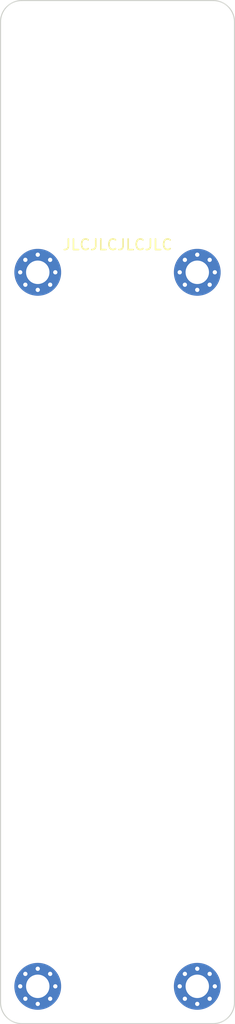
<source format=kicad_pcb>
(kicad_pcb (version 20221018) (generator pcbnew)
  (layers (0 "F.Cu" signal) (31 "B.Cu" signal) (34 "B.Paste" user) (35 "F.Paste" user) (36 "B.SilkS" user "B.Silkscreen") (37 "F.SilkS" user "F.Silkscreen") (38 "B.Mask" user) (39 "F.Mask" user) (44 "Edge.Cuts" user))
  (net 0 "")
  (footprint "xiao_256:Mount_M2" (layer "F.Cu") (at 48.5 40.5)
    (fp_text reference "REF**" hide)
    (fp_text value "Mount_M2" hide)
    (pad "1" thru_hole circle (at -1.65 0) (size 0.7 0.7) (drill 0.4) (layers "*.Cu" "*.Mask"))
    (pad "1" thru_hole circle (at -1.166726 -1.166726) (size 0.7 0.7) (drill 0.4) (layers "*.Cu" "*.Mask"))
    (pad "1" thru_hole circle (at -1.166726 1.166726) (size 0.7 0.7) (drill 0.4) (layers "*.Cu" "*.Mask"))
    (pad "1" thru_hole circle (at 0 -1.65) (size 0.7 0.7) (drill 0.4) (layers "*.Cu" "*.Mask"))
    (pad "1" thru_hole circle (at 0 0) (size 4.4 4.4) (drill 2.2) (layers "*.Cu" "*.Mask"))
    (pad "1" thru_hole circle (at 0 1.65) (size 0.7 0.7) (drill 0.4) (layers "*.Cu" "*.Mask"))
    (pad "1" thru_hole circle (at 1.166726 -1.166726) (size 0.7 0.7) (drill 0.4) (layers "*.Cu" "*.Mask"))
    (pad "1" thru_hole circle (at 1.166726 1.166726) (size 0.7 0.7) (drill 0.4) (layers "*.Cu" "*.Mask"))
    (pad "1" thru_hole circle (at 1.65 0) (size 0.7 0.7) (drill 0.4) (layers "*.Cu" "*.Mask"))
  )
  (footprint "xiao_256:Mount_M2" (layer "F.Cu") (at 48.5 107.5)
    (fp_text reference "REF**" hide)
    (fp_text value "Mount_M2" hide)
    (pad "1" thru_hole circle (at -1.65 0) (size 0.7 0.7) (drill 0.4) (layers "*.Cu" "*.Mask"))
    (pad "1" thru_hole circle (at -1.166726 -1.166726) (size 0.7 0.7) (drill 0.4) (layers "*.Cu" "*.Mask"))
    (pad "1" thru_hole circle (at -1.166726 1.166726) (size 0.7 0.7) (drill 0.4) (layers "*.Cu" "*.Mask"))
    (pad "1" thru_hole circle (at 0 -1.65) (size 0.7 0.7) (drill 0.4) (layers "*.Cu" "*.Mask"))
    (pad "1" thru_hole circle (at 0 0) (size 4.4 4.4) (drill 2.2) (layers "*.Cu" "*.Mask"))
    (pad "1" thru_hole circle (at 0 1.65) (size 0.7 0.7) (drill 0.4) (layers "*.Cu" "*.Mask"))
    (pad "1" thru_hole circle (at 1.166726 -1.166726) (size 0.7 0.7) (drill 0.4) (layers "*.Cu" "*.Mask"))
    (pad "1" thru_hole circle (at 1.166726 1.166726) (size 0.7 0.7) (drill 0.4) (layers "*.Cu" "*.Mask"))
    (pad "1" thru_hole circle (at 1.65 0) (size 0.7 0.7) (drill 0.4) (layers "*.Cu" "*.Mask"))
  )
  (footprint "xiao_256:Mount_M2" (layer "F.Cu") (at 33.5 40.5)
    (fp_text reference "REF**" hide)
    (fp_text value "Mount_M2" hide)
    (pad "1" thru_hole circle (at -1.65 0) (size 0.7 0.7) (drill 0.4) (layers "*.Cu" "*.Mask"))
    (pad "1" thru_hole circle (at -1.166726 -1.166726) (size 0.7 0.7) (drill 0.4) (layers "*.Cu" "*.Mask"))
    (pad "1" thru_hole circle (at -1.166726 1.166726) (size 0.7 0.7) (drill 0.4) (layers "*.Cu" "*.Mask"))
    (pad "1" thru_hole circle (at 0 -1.65) (size 0.7 0.7) (drill 0.4) (layers "*.Cu" "*.Mask"))
    (pad "1" thru_hole circle (at 0 0) (size 4.4 4.4) (drill 2.2) (layers "*.Cu" "*.Mask"))
    (pad "1" thru_hole circle (at 0 1.65) (size 0.7 0.7) (drill 0.4) (layers "*.Cu" "*.Mask"))
    (pad "1" thru_hole circle (at 1.166726 -1.166726) (size 0.7 0.7) (drill 0.4) (layers "*.Cu" "*.Mask"))
    (pad "1" thru_hole circle (at 1.166726 1.166726) (size 0.7 0.7) (drill 0.4) (layers "*.Cu" "*.Mask"))
    (pad "1" thru_hole circle (at 1.65 0) (size 0.7 0.7) (drill 0.4) (layers "*.Cu" "*.Mask"))
  )
  (footprint "xiao_256:Mount_M2" (layer "F.Cu") (at 33.5 107.5)
    (fp_text reference "REF**" hide)
    (fp_text value "Mount_M2" hide)
    (pad "1" thru_hole circle (at -1.65 0) (size 0.7 0.7) (drill 0.4) (layers "*.Cu" "*.Mask"))
    (pad "1" thru_hole circle (at -1.166726 -1.166726) (size 0.7 0.7) (drill 0.4) (layers "*.Cu" "*.Mask"))
    (pad "1" thru_hole circle (at -1.166726 1.166726) (size 0.7 0.7) (drill 0.4) (layers "*.Cu" "*.Mask"))
    (pad "1" thru_hole circle (at 0 -1.65) (size 0.7 0.7) (drill 0.4) (layers "*.Cu" "*.Mask"))
    (pad "1" thru_hole circle (at 0 0) (size 4.4 4.4) (drill 2.2) (layers "*.Cu" "*.Mask"))
    (pad "1" thru_hole circle (at 0 1.65) (size 0.7 0.7) (drill 0.4) (layers "*.Cu" "*.Mask"))
    (pad "1" thru_hole circle (at 1.166726 -1.166726) (size 0.7 0.7) (drill 0.4) (layers "*.Cu" "*.Mask"))
    (pad "1" thru_hole circle (at 1.166726 1.166726) (size 0.7 0.7) (drill 0.4) (layers "*.Cu" "*.Mask"))
    (pad "1" thru_hole circle (at 1.65 0) (size 0.7 0.7) (drill 0.4) (layers "*.Cu" "*.Mask"))
  )
  (gr_arc (start 32 111) (mid 30.5858 110.414208) (end 30 109) (stroke (width 0.1)) (layer "Edge.Cuts"))
  (gr_line (start 32 15) (end 50 15) (stroke (width 0.1)) (layer "Edge.Cuts"))
  (gr_line (start 30 109) (end 30 17) (stroke (width 0.1)) (layer "Edge.Cuts"))
  (gr_arc (start 52 109) (mid 51.414218 110.414218) (end 50 111) (stroke (width 0.1)) (layer "Edge.Cuts"))
  (gr_line (start 52 17) (end 52 109) (stroke (width 0.1)) (layer "Edge.Cuts"))
  (gr_arc (start 30 17) (mid 30.585791 15.585791) (end 32 15) (stroke (width 0.1)) (layer "Edge.Cuts"))
  (gr_arc (start 50 15) (mid 51.414228 15.585781) (end 52 17) (stroke (width 0.1)) (layer "Edge.Cuts"))
  (gr_line (start 50 111) (end 32 111) (stroke (width 0.1)) (layer "Edge.Cuts"))
  (gr_text "JLCJLCJLCJLC" (at 41 38.5) (layer "F.SilkS") (effects (font (size 1 1)) (justify bottom)))
)
</source>
